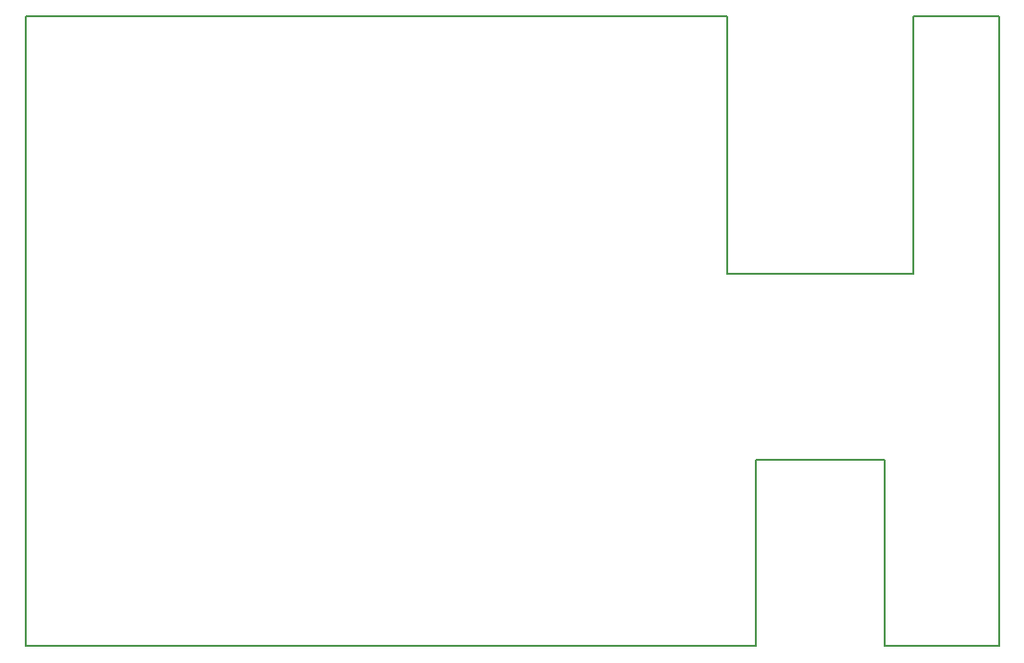
<source format=gbr>
%TF.GenerationSoftware,KiCad,Pcbnew,5.0.2-bee76a0~70~ubuntu18.04.1*%
%TF.CreationDate,2019-11-29T21:58:12+01:00*%
%TF.ProjectId,Robot-HMI,526f626f-742d-4484-9d49-2e6b69636164,rev?*%
%TF.SameCoordinates,Original*%
%TF.FileFunction,Profile,NP*%
%FSLAX46Y46*%
G04 Gerber Fmt 4.6, Leading zero omitted, Abs format (unit mm)*
G04 Created by KiCad (PCBNEW 5.0.2-bee76a0~70~ubuntu18.04.1) date ven. 29 nov. 2019 21:58:12 CET*
%MOMM*%
%LPD*%
G01*
G04 APERTURE LIST*
%ADD10C,0.200000*%
G04 APERTURE END LIST*
D10*
X134620000Y-106680000D02*
X134620000Y-50800000D01*
X134620000Y-106680000D02*
X124460000Y-106680000D01*
X124460000Y-90170000D02*
X124460000Y-106680000D01*
X124460000Y-90170000D02*
X113030000Y-90170000D01*
X113030000Y-106680000D02*
X113030000Y-90170000D01*
X113030000Y-106680000D02*
X48260000Y-106680000D01*
X48260000Y-50800000D02*
X48260000Y-106680000D01*
X48260000Y-50800000D02*
X110490000Y-50800000D01*
X110490000Y-73660000D02*
X110490000Y-50800000D01*
X110490000Y-73660000D02*
X127000000Y-73660000D01*
X127000000Y-50800000D02*
X127000000Y-73660000D01*
X127000000Y-50800000D02*
X134620000Y-50800000D01*
M02*

</source>
